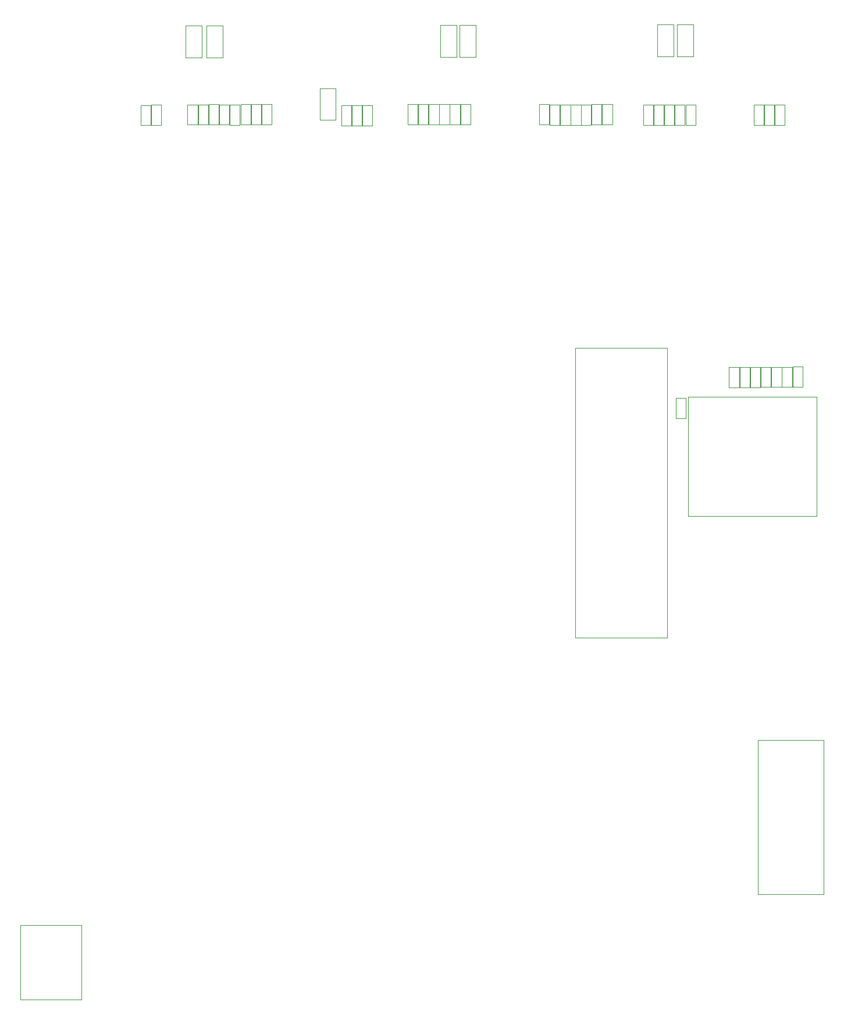
<source format=gbr>
G04 #@! TF.GenerationSoftware,KiCad,Pcbnew,8.0.0-rc1*
G04 #@! TF.CreationDate,2024-10-18T14:45:25+03:00*
G04 #@! TF.ProjectId,Movita_3568_XV_Router_V4.1,4d6f7669-7461-45f3-9335-36385f58565f,REV1*
G04 #@! TF.SameCoordinates,Original*
G04 #@! TF.FileFunction,Other,User*
%FSLAX46Y46*%
G04 Gerber Fmt 4.6, Leading zero omitted, Abs format (unit mm)*
G04 Created by KiCad (PCBNEW 8.0.0-rc1) date 2024-10-18 14:45:25*
%MOMM*%
%LPD*%
G01*
G04 APERTURE LIST*
%ADD10C,0.050000*%
%ADD11C,0.100000*%
G04 APERTURE END LIST*
D10*
X142190000Y-40710000D02*
X143650000Y-40710000D01*
X142190000Y-43670000D02*
X142190000Y-40710000D01*
X143650000Y-40710000D02*
X143650000Y-43670000D01*
X143650000Y-43670000D02*
X142190000Y-43670000D01*
X165034920Y-118380000D02*
X165034920Y-76165000D01*
X178434920Y-76165000D02*
X165034920Y-76165000D01*
X178434920Y-118380000D02*
X165034920Y-118380000D01*
X178434920Y-118380000D02*
X178434920Y-76165000D01*
D11*
X148235000Y-29202500D02*
X150605000Y-29207500D01*
X148235000Y-33872500D02*
X148235000Y-29202500D01*
X150605000Y-29207500D02*
X150605000Y-33877500D01*
X150605000Y-33877500D02*
X148235000Y-33872500D01*
D10*
X162870000Y-40755000D02*
X164330000Y-40755000D01*
X162870000Y-43715000D02*
X162870000Y-40755000D01*
X164330000Y-40755000D02*
X164330000Y-43715000D01*
X164330000Y-43715000D02*
X162870000Y-43715000D01*
D11*
X145425000Y-29202500D02*
X147795000Y-29207500D01*
X145425000Y-33872500D02*
X145425000Y-29202500D01*
X147795000Y-29207500D02*
X147795000Y-33877500D01*
X147795000Y-33877500D02*
X145425000Y-33872500D01*
D10*
X117860000Y-40740000D02*
X119320000Y-40740000D01*
X117860000Y-43700000D02*
X117860000Y-40740000D01*
X119320000Y-40740000D02*
X119320000Y-43700000D01*
X119320000Y-43700000D02*
X117860000Y-43700000D01*
X114760000Y-40760000D02*
X116220000Y-40760000D01*
X114760000Y-43720000D02*
X114760000Y-40760000D01*
X116220000Y-40760000D02*
X116220000Y-43720000D01*
X116220000Y-43720000D02*
X114760000Y-43720000D01*
X192050000Y-78935000D02*
X193510000Y-78935000D01*
X192050000Y-81895000D02*
X192050000Y-78935000D01*
X193510000Y-78935000D02*
X193510000Y-81895000D01*
X193510000Y-81895000D02*
X192050000Y-81895000D01*
X167430000Y-40745000D02*
X168890000Y-40745000D01*
X167430000Y-43705000D02*
X167430000Y-40745000D01*
X168890000Y-40745000D02*
X168890000Y-43705000D01*
X168890000Y-43705000D02*
X167430000Y-43705000D01*
X179530000Y-40795000D02*
X180990000Y-40795000D01*
X179530000Y-43755000D02*
X179530000Y-40795000D01*
X180990000Y-40795000D02*
X180990000Y-43755000D01*
X180990000Y-43755000D02*
X179530000Y-43755000D01*
X132510000Y-40890000D02*
X133970000Y-40890000D01*
X132510000Y-43850000D02*
X132510000Y-40890000D01*
X133970000Y-40890000D02*
X133970000Y-43850000D01*
X133970000Y-43850000D02*
X132510000Y-43850000D01*
X192550000Y-40825000D02*
X194010000Y-40825000D01*
X192550000Y-43785000D02*
X192550000Y-40825000D01*
X194010000Y-40825000D02*
X194010000Y-43785000D01*
X194010000Y-43785000D02*
X192550000Y-43785000D01*
X161330000Y-40755000D02*
X162790000Y-40755000D01*
X161330000Y-43715000D02*
X161330000Y-40755000D01*
X162790000Y-40755000D02*
X162790000Y-43715000D01*
X162790000Y-43715000D02*
X161330000Y-43715000D01*
X134040000Y-40890000D02*
X135500000Y-40890000D01*
X134040000Y-43850000D02*
X134040000Y-40890000D01*
X135500000Y-40890000D02*
X135500000Y-43850000D01*
X135500000Y-43850000D02*
X134040000Y-43850000D01*
X194070000Y-40825000D02*
X195530000Y-40825000D01*
X194070000Y-43785000D02*
X194070000Y-40825000D01*
X195530000Y-40825000D02*
X195530000Y-43785000D01*
X195530000Y-43785000D02*
X194070000Y-43785000D01*
X187430000Y-78970000D02*
X188890000Y-78970000D01*
X187430000Y-81930000D02*
X187430000Y-78970000D01*
X188890000Y-78970000D02*
X188890000Y-81930000D01*
X188890000Y-81930000D02*
X187430000Y-81930000D01*
X127887500Y-38387500D02*
X130187500Y-38387500D01*
X127887500Y-42987500D02*
X127887500Y-38387500D01*
X130187500Y-38387500D02*
X130187500Y-42987500D01*
X130187500Y-42987500D02*
X127887500Y-42987500D01*
D11*
X181480000Y-83330000D02*
X200180000Y-83330000D01*
X181480000Y-100630000D02*
X181480000Y-83330000D01*
X200180000Y-83330000D02*
X200180000Y-100630000D01*
X200180000Y-100630000D02*
X181480000Y-100630000D01*
D10*
X148325000Y-40700000D02*
X149785000Y-40700000D01*
X148325000Y-43660000D02*
X148325000Y-40700000D01*
X149785000Y-40700000D02*
X149785000Y-43660000D01*
X149785000Y-43660000D02*
X148325000Y-43660000D01*
X108610000Y-40750000D02*
X110070000Y-40750000D01*
X108610000Y-43710000D02*
X108610000Y-40750000D01*
X110070000Y-40750000D02*
X110070000Y-43710000D01*
X110070000Y-43710000D02*
X108610000Y-43710000D01*
X174950000Y-40785000D02*
X176410000Y-40785000D01*
X174950000Y-43745000D02*
X174950000Y-40785000D01*
X176410000Y-40785000D02*
X176410000Y-43745000D01*
X176410000Y-43745000D02*
X174950000Y-43745000D01*
X181090000Y-40795000D02*
X182550000Y-40795000D01*
X181090000Y-43755000D02*
X181090000Y-40795000D01*
X182550000Y-40795000D02*
X182550000Y-43755000D01*
X182550000Y-43755000D02*
X181090000Y-43755000D01*
D11*
X176990000Y-29120000D02*
X179360000Y-29125000D01*
X176990000Y-33790000D02*
X176990000Y-29120000D01*
X179360000Y-29125000D02*
X179360000Y-33795000D01*
X179360000Y-33795000D02*
X176990000Y-33790000D01*
D10*
X165910000Y-40760000D02*
X167370000Y-40760000D01*
X165910000Y-43720000D02*
X165910000Y-40760000D01*
X167370000Y-40760000D02*
X167370000Y-43720000D01*
X167370000Y-43720000D02*
X165910000Y-43720000D01*
X191609900Y-133265000D02*
X201209900Y-133265000D01*
X191609900Y-155665000D02*
X191609900Y-133265000D01*
X201209900Y-133265000D02*
X201209900Y-155665000D01*
X201209900Y-155665000D02*
X191609900Y-155665000D01*
X164390000Y-40755000D02*
X165850000Y-40755000D01*
X164390000Y-43715000D02*
X164390000Y-40755000D01*
X165850000Y-40755000D02*
X165850000Y-43715000D01*
X165850000Y-43715000D02*
X164390000Y-43715000D01*
X191020000Y-40825000D02*
X192480000Y-40825000D01*
X191020000Y-43785000D02*
X191020000Y-40825000D01*
X192480000Y-40825000D02*
X192480000Y-43785000D01*
X192480000Y-43785000D02*
X191020000Y-43785000D01*
X193600000Y-78935000D02*
X195060000Y-78935000D01*
X193600000Y-81895000D02*
X193600000Y-78935000D01*
X195060000Y-78935000D02*
X195060000Y-81895000D01*
X195060000Y-81895000D02*
X193600000Y-81895000D01*
X159810000Y-40745000D02*
X161270000Y-40745000D01*
X159810000Y-43705000D02*
X159810000Y-40745000D01*
X161270000Y-40745000D02*
X161270000Y-43705000D01*
X161270000Y-43705000D02*
X159810000Y-43705000D01*
X195140000Y-78935000D02*
X196600000Y-78935000D01*
X195140000Y-81895000D02*
X195140000Y-78935000D01*
X196600000Y-78935000D02*
X196600000Y-81895000D01*
X196600000Y-81895000D02*
X195140000Y-81895000D01*
X113210000Y-40750000D02*
X114670000Y-40750000D01*
X113210000Y-43710000D02*
X113210000Y-40750000D01*
X114670000Y-40750000D02*
X114670000Y-43710000D01*
X114670000Y-43710000D02*
X113210000Y-43710000D01*
X130980000Y-40875000D02*
X132440000Y-40875000D01*
X130980000Y-43835000D02*
X130980000Y-40875000D01*
X132440000Y-40875000D02*
X132440000Y-43835000D01*
X132440000Y-43835000D02*
X130980000Y-43835000D01*
X103320000Y-40825000D02*
X104780000Y-40825000D01*
X103320000Y-43785000D02*
X103320000Y-40825000D01*
X104780000Y-40825000D02*
X104780000Y-43785000D01*
X104780000Y-43785000D02*
X103320000Y-43785000D01*
X178000000Y-40785000D02*
X179460000Y-40785000D01*
X178000000Y-43745000D02*
X178000000Y-40785000D01*
X179460000Y-40785000D02*
X179460000Y-43745000D01*
X179460000Y-43745000D02*
X178000000Y-43745000D01*
X145265000Y-40715000D02*
X146725000Y-40715000D01*
X145265000Y-43675000D02*
X145265000Y-40715000D01*
X146725000Y-40715000D02*
X146725000Y-43675000D01*
X146725000Y-43675000D02*
X145265000Y-43675000D01*
X111680000Y-40740000D02*
X113140000Y-40740000D01*
X111680000Y-43700000D02*
X111680000Y-40740000D01*
X113140000Y-40740000D02*
X113140000Y-43700000D01*
X113140000Y-43700000D02*
X111680000Y-43700000D01*
X188970000Y-78960000D02*
X190430000Y-78960000D01*
X188970000Y-81920000D02*
X188970000Y-78960000D01*
X190430000Y-78960000D02*
X190430000Y-81920000D01*
X190430000Y-81920000D02*
X188970000Y-81920000D01*
X119420000Y-40740000D02*
X120880000Y-40740000D01*
X119420000Y-43700000D02*
X119420000Y-40740000D01*
X120880000Y-40740000D02*
X120880000Y-43700000D01*
X120880000Y-43700000D02*
X119420000Y-43700000D01*
D11*
X108345000Y-29262500D02*
X110715000Y-29267500D01*
X108345000Y-33932500D02*
X108345000Y-29262500D01*
X110715000Y-29267500D02*
X110715000Y-33937500D01*
X110715000Y-33937500D02*
X108345000Y-33932500D01*
X179850000Y-29100000D02*
X182220000Y-29105000D01*
X179850000Y-33770000D02*
X179850000Y-29100000D01*
X182220000Y-29105000D02*
X182220000Y-33775000D01*
X182220000Y-33775000D02*
X179850000Y-33770000D01*
D10*
X101760000Y-40835000D02*
X103220000Y-40835000D01*
X101760000Y-43795000D02*
X101760000Y-40835000D01*
X103220000Y-40835000D02*
X103220000Y-43795000D01*
X103220000Y-43795000D02*
X101760000Y-43795000D01*
X143735000Y-40715000D02*
X145195000Y-40715000D01*
X143735000Y-43675000D02*
X143735000Y-40715000D01*
X145195000Y-40715000D02*
X145195000Y-43675000D01*
X145195000Y-43675000D02*
X143735000Y-43675000D01*
X116320000Y-40740000D02*
X117780000Y-40740000D01*
X116320000Y-43700000D02*
X116320000Y-40740000D01*
X117780000Y-40740000D02*
X117780000Y-43700000D01*
X117780000Y-43700000D02*
X116320000Y-43700000D01*
X140650000Y-40710000D02*
X142110000Y-40710000D01*
X140650000Y-43670000D02*
X140650000Y-40710000D01*
X142110000Y-40710000D02*
X142110000Y-43670000D01*
X142110000Y-43670000D02*
X140650000Y-43670000D01*
X196670000Y-78930000D02*
X198130000Y-78930000D01*
X196670000Y-81890000D02*
X196670000Y-78930000D01*
X198130000Y-78930000D02*
X198130000Y-81890000D01*
X198130000Y-81890000D02*
X196670000Y-81890000D01*
X168980000Y-40745000D02*
X170440000Y-40745000D01*
X168980000Y-43705000D02*
X168980000Y-40745000D01*
X170440000Y-40745000D02*
X170440000Y-43705000D01*
X170440000Y-43705000D02*
X168980000Y-43705000D01*
D11*
X111380000Y-29250000D02*
X113750000Y-29255000D01*
X111380000Y-33920000D02*
X111380000Y-29250000D01*
X113750000Y-29255000D02*
X113750000Y-33925000D01*
X113750000Y-33925000D02*
X111380000Y-33920000D01*
D10*
X146785000Y-40700000D02*
X148245000Y-40700000D01*
X146785000Y-43660000D02*
X146785000Y-40700000D01*
X148245000Y-40700000D02*
X148245000Y-43660000D01*
X148245000Y-43660000D02*
X146785000Y-43660000D01*
X84260000Y-160190000D02*
X84260000Y-170990000D01*
X84260000Y-170990000D02*
X93140000Y-170990000D01*
X93140000Y-160190000D02*
X84260000Y-160190000D01*
X93140000Y-170990000D02*
X93140000Y-160190000D01*
X176460000Y-40785000D02*
X177920000Y-40785000D01*
X176460000Y-43745000D02*
X176460000Y-40785000D01*
X177920000Y-40785000D02*
X177920000Y-43745000D01*
X177920000Y-43745000D02*
X176460000Y-43745000D01*
X110150000Y-40750000D02*
X111610000Y-40750000D01*
X110150000Y-43710000D02*
X110150000Y-40750000D01*
X111610000Y-40750000D02*
X111610000Y-43710000D01*
X111610000Y-43710000D02*
X110150000Y-43710000D01*
X190500000Y-78950000D02*
X191960000Y-78950000D01*
X190500000Y-81910000D02*
X190500000Y-78950000D01*
X191960000Y-78950000D02*
X191960000Y-81910000D01*
X191960000Y-81910000D02*
X190500000Y-81910000D01*
X179690000Y-83450000D02*
X181150000Y-83450000D01*
X179690000Y-86410000D02*
X179690000Y-83450000D01*
X181150000Y-83450000D02*
X181150000Y-86410000D01*
X181150000Y-86410000D02*
X179690000Y-86410000D01*
M02*

</source>
